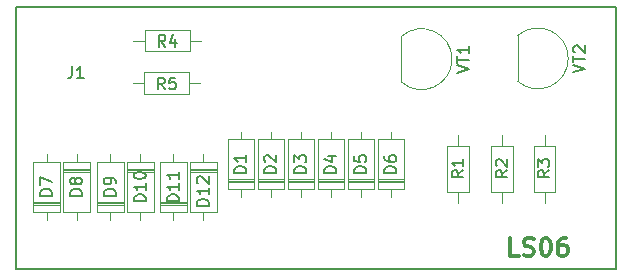
<source format=gbr>
G04 #@! TF.GenerationSoftware,KiCad,Pcbnew,(5.0.0)*
G04 #@! TF.CreationDate,2019-03-30T17:03:38+00:00*
G04 #@! TF.ProjectId,LS06,4C5330362E6B696361645F7063620000,rev?*
G04 #@! TF.SameCoordinates,Original*
G04 #@! TF.FileFunction,Legend,Top*
G04 #@! TF.FilePolarity,Positive*
%FSLAX46Y46*%
G04 Gerber Fmt 4.6, Leading zero omitted, Abs format (unit mm)*
G04 Created by KiCad (PCBNEW (5.0.0)) date 03/30/19 17:03:38*
%MOMM*%
%LPD*%
G01*
G04 APERTURE LIST*
%ADD10C,0.300000*%
%ADD11C,0.150000*%
%ADD12C,0.120000*%
G04 APERTURE END LIST*
D10*
X160627428Y-80371071D02*
X159913142Y-80371071D01*
X159913142Y-78871071D01*
X161056000Y-80299642D02*
X161270285Y-80371071D01*
X161627428Y-80371071D01*
X161770285Y-80299642D01*
X161841714Y-80228214D01*
X161913142Y-80085357D01*
X161913142Y-79942500D01*
X161841714Y-79799642D01*
X161770285Y-79728214D01*
X161627428Y-79656785D01*
X161341714Y-79585357D01*
X161198857Y-79513928D01*
X161127428Y-79442500D01*
X161056000Y-79299642D01*
X161056000Y-79156785D01*
X161127428Y-79013928D01*
X161198857Y-78942500D01*
X161341714Y-78871071D01*
X161698857Y-78871071D01*
X161913142Y-78942500D01*
X162841714Y-78871071D02*
X162984571Y-78871071D01*
X163127428Y-78942500D01*
X163198857Y-79013928D01*
X163270285Y-79156785D01*
X163341714Y-79442500D01*
X163341714Y-79799642D01*
X163270285Y-80085357D01*
X163198857Y-80228214D01*
X163127428Y-80299642D01*
X162984571Y-80371071D01*
X162841714Y-80371071D01*
X162698857Y-80299642D01*
X162627428Y-80228214D01*
X162556000Y-80085357D01*
X162484571Y-79799642D01*
X162484571Y-79442500D01*
X162556000Y-79156785D01*
X162627428Y-79013928D01*
X162698857Y-78942500D01*
X162841714Y-78871071D01*
X164627428Y-78871071D02*
X164341714Y-78871071D01*
X164198857Y-78942500D01*
X164127428Y-79013928D01*
X163984571Y-79228214D01*
X163913142Y-79513928D01*
X163913142Y-80085357D01*
X163984571Y-80228214D01*
X164056000Y-80299642D01*
X164198857Y-80371071D01*
X164484571Y-80371071D01*
X164627428Y-80299642D01*
X164698857Y-80228214D01*
X164770285Y-80085357D01*
X164770285Y-79728214D01*
X164698857Y-79585357D01*
X164627428Y-79513928D01*
X164484571Y-79442500D01*
X164198857Y-79442500D01*
X164056000Y-79513928D01*
X163984571Y-79585357D01*
X163913142Y-79728214D01*
D11*
G04 #@! TO.C,J1*
X118058000Y-81545500D02*
X118058000Y-59320500D01*
X168858000Y-81545500D02*
X118058000Y-81545500D01*
X168858000Y-59320500D02*
X168858000Y-81545500D01*
X118058000Y-59320500D02*
X168858000Y-59320500D01*
D12*
G04 #@! TO.C,D1*
X135976000Y-74764000D02*
X138216000Y-74764000D01*
X138216000Y-74764000D02*
X138216000Y-70524000D01*
X138216000Y-70524000D02*
X135976000Y-70524000D01*
X135976000Y-70524000D02*
X135976000Y-74764000D01*
X137096000Y-75414000D02*
X137096000Y-74764000D01*
X137096000Y-69874000D02*
X137096000Y-70524000D01*
X135976000Y-74044000D02*
X138216000Y-74044000D01*
X135976000Y-73924000D02*
X138216000Y-73924000D01*
X135976000Y-74164000D02*
X138216000Y-74164000D01*
G04 #@! TO.C,D2*
X138516000Y-74764000D02*
X140756000Y-74764000D01*
X140756000Y-74764000D02*
X140756000Y-70524000D01*
X140756000Y-70524000D02*
X138516000Y-70524000D01*
X138516000Y-70524000D02*
X138516000Y-74764000D01*
X139636000Y-75414000D02*
X139636000Y-74764000D01*
X139636000Y-69874000D02*
X139636000Y-70524000D01*
X138516000Y-74044000D02*
X140756000Y-74044000D01*
X138516000Y-73924000D02*
X140756000Y-73924000D01*
X138516000Y-74164000D02*
X140756000Y-74164000D01*
G04 #@! TO.C,D3*
X141056000Y-74764000D02*
X143296000Y-74764000D01*
X143296000Y-74764000D02*
X143296000Y-70524000D01*
X143296000Y-70524000D02*
X141056000Y-70524000D01*
X141056000Y-70524000D02*
X141056000Y-74764000D01*
X142176000Y-75414000D02*
X142176000Y-74764000D01*
X142176000Y-69874000D02*
X142176000Y-70524000D01*
X141056000Y-74044000D02*
X143296000Y-74044000D01*
X141056000Y-73924000D02*
X143296000Y-73924000D01*
X141056000Y-74164000D02*
X143296000Y-74164000D01*
G04 #@! TO.C,D4*
X143596000Y-74764000D02*
X145836000Y-74764000D01*
X145836000Y-74764000D02*
X145836000Y-70524000D01*
X145836000Y-70524000D02*
X143596000Y-70524000D01*
X143596000Y-70524000D02*
X143596000Y-74764000D01*
X144716000Y-75414000D02*
X144716000Y-74764000D01*
X144716000Y-69874000D02*
X144716000Y-70524000D01*
X143596000Y-74044000D02*
X145836000Y-74044000D01*
X143596000Y-73924000D02*
X145836000Y-73924000D01*
X143596000Y-74164000D02*
X145836000Y-74164000D01*
G04 #@! TO.C,D5*
X146136000Y-74764000D02*
X148376000Y-74764000D01*
X148376000Y-74764000D02*
X148376000Y-70524000D01*
X148376000Y-70524000D02*
X146136000Y-70524000D01*
X146136000Y-70524000D02*
X146136000Y-74764000D01*
X147256000Y-75414000D02*
X147256000Y-74764000D01*
X147256000Y-69874000D02*
X147256000Y-70524000D01*
X146136000Y-74044000D02*
X148376000Y-74044000D01*
X146136000Y-73924000D02*
X148376000Y-73924000D01*
X146136000Y-74164000D02*
X148376000Y-74164000D01*
G04 #@! TO.C,D6*
X148676000Y-74764000D02*
X150916000Y-74764000D01*
X150916000Y-74764000D02*
X150916000Y-70524000D01*
X150916000Y-70524000D02*
X148676000Y-70524000D01*
X148676000Y-70524000D02*
X148676000Y-74764000D01*
X149796000Y-75414000D02*
X149796000Y-74764000D01*
X149796000Y-69874000D02*
X149796000Y-70524000D01*
X148676000Y-74044000D02*
X150916000Y-74044000D01*
X148676000Y-73924000D02*
X150916000Y-73924000D01*
X148676000Y-74164000D02*
X150916000Y-74164000D01*
G04 #@! TO.C,D7*
X119530000Y-76669000D02*
X121770000Y-76669000D01*
X121770000Y-76669000D02*
X121770000Y-72429000D01*
X121770000Y-72429000D02*
X119530000Y-72429000D01*
X119530000Y-72429000D02*
X119530000Y-76669000D01*
X120650000Y-77319000D02*
X120650000Y-76669000D01*
X120650000Y-71779000D02*
X120650000Y-72429000D01*
X119530000Y-75949000D02*
X121770000Y-75949000D01*
X119530000Y-75829000D02*
X121770000Y-75829000D01*
X119530000Y-76069000D02*
X121770000Y-76069000D01*
G04 #@! TO.C,D8*
X124310000Y-72429000D02*
X122070000Y-72429000D01*
X122070000Y-72429000D02*
X122070000Y-76669000D01*
X122070000Y-76669000D02*
X124310000Y-76669000D01*
X124310000Y-76669000D02*
X124310000Y-72429000D01*
X123190000Y-71779000D02*
X123190000Y-72429000D01*
X123190000Y-77319000D02*
X123190000Y-76669000D01*
X124310000Y-73149000D02*
X122070000Y-73149000D01*
X124310000Y-73269000D02*
X122070000Y-73269000D01*
X124310000Y-73029000D02*
X122070000Y-73029000D01*
G04 #@! TO.C,D9*
X124928000Y-76669000D02*
X127168000Y-76669000D01*
X127168000Y-76669000D02*
X127168000Y-72429000D01*
X127168000Y-72429000D02*
X124928000Y-72429000D01*
X124928000Y-72429000D02*
X124928000Y-76669000D01*
X126048000Y-77319000D02*
X126048000Y-76669000D01*
X126048000Y-71779000D02*
X126048000Y-72429000D01*
X124928000Y-75949000D02*
X127168000Y-75949000D01*
X124928000Y-75829000D02*
X127168000Y-75829000D01*
X124928000Y-76069000D02*
X127168000Y-76069000D01*
G04 #@! TO.C,D10*
X129708000Y-72429000D02*
X127468000Y-72429000D01*
X127468000Y-72429000D02*
X127468000Y-76669000D01*
X127468000Y-76669000D02*
X129708000Y-76669000D01*
X129708000Y-76669000D02*
X129708000Y-72429000D01*
X128588000Y-71779000D02*
X128588000Y-72429000D01*
X128588000Y-77319000D02*
X128588000Y-76669000D01*
X129708000Y-73149000D02*
X127468000Y-73149000D01*
X129708000Y-73269000D02*
X127468000Y-73269000D01*
X129708000Y-73029000D02*
X127468000Y-73029000D01*
G04 #@! TO.C,D11*
X130262000Y-76669000D02*
X132502000Y-76669000D01*
X132502000Y-76669000D02*
X132502000Y-72429000D01*
X132502000Y-72429000D02*
X130262000Y-72429000D01*
X130262000Y-72429000D02*
X130262000Y-76669000D01*
X131382000Y-77319000D02*
X131382000Y-76669000D01*
X131382000Y-71779000D02*
X131382000Y-72429000D01*
X130262000Y-75949000D02*
X132502000Y-75949000D01*
X130262000Y-75829000D02*
X132502000Y-75829000D01*
X130262000Y-76069000D02*
X132502000Y-76069000D01*
G04 #@! TO.C,D12*
X135042000Y-72429000D02*
X132802000Y-72429000D01*
X132802000Y-72429000D02*
X132802000Y-76669000D01*
X132802000Y-76669000D02*
X135042000Y-76669000D01*
X135042000Y-76669000D02*
X135042000Y-72429000D01*
X133922000Y-71779000D02*
X133922000Y-72429000D01*
X133922000Y-77319000D02*
X133922000Y-76669000D01*
X135042000Y-73149000D02*
X132802000Y-73149000D01*
X135042000Y-73269000D02*
X132802000Y-73269000D01*
X135042000Y-73029000D02*
X132802000Y-73029000D01*
G04 #@! TO.C,R1*
X154592000Y-74945000D02*
X156432000Y-74945000D01*
X156432000Y-74945000D02*
X156432000Y-71105000D01*
X156432000Y-71105000D02*
X154592000Y-71105000D01*
X154592000Y-71105000D02*
X154592000Y-74945000D01*
X155512000Y-75895000D02*
X155512000Y-74945000D01*
X155512000Y-70155000D02*
X155512000Y-71105000D01*
G04 #@! TO.C,R2*
X158274000Y-74945000D02*
X160114000Y-74945000D01*
X160114000Y-74945000D02*
X160114000Y-71105000D01*
X160114000Y-71105000D02*
X158274000Y-71105000D01*
X158274000Y-71105000D02*
X158274000Y-74945000D01*
X159194000Y-75895000D02*
X159194000Y-74945000D01*
X159194000Y-70155000D02*
X159194000Y-71105000D01*
G04 #@! TO.C,R3*
X161894000Y-74945000D02*
X163734000Y-74945000D01*
X163734000Y-74945000D02*
X163734000Y-71105000D01*
X163734000Y-71105000D02*
X161894000Y-71105000D01*
X161894000Y-71105000D02*
X161894000Y-74945000D01*
X162814000Y-75895000D02*
X162814000Y-74945000D01*
X162814000Y-70155000D02*
X162814000Y-71105000D01*
G04 #@! TO.C,R4*
X132794000Y-63086500D02*
X132794000Y-61246500D01*
X132794000Y-61246500D02*
X128954000Y-61246500D01*
X128954000Y-61246500D02*
X128954000Y-63086500D01*
X128954000Y-63086500D02*
X132794000Y-63086500D01*
X133744000Y-62166500D02*
X132794000Y-62166500D01*
X128004000Y-62166500D02*
X128954000Y-62166500D01*
G04 #@! TO.C,R5*
X132730000Y-66706000D02*
X132730000Y-64866000D01*
X132730000Y-64866000D02*
X128890000Y-64866000D01*
X128890000Y-64866000D02*
X128890000Y-66706000D01*
X128890000Y-66706000D02*
X132730000Y-66706000D01*
X133680000Y-65786000D02*
X132730000Y-65786000D01*
X127940000Y-65786000D02*
X128890000Y-65786000D01*
G04 #@! TO.C,VT1*
X150709878Y-65686111D02*
G75*
G03X150700000Y-61797500I1690122J1948611D01*
G01*
X150700000Y-61797500D02*
X150700000Y-65647500D01*
G04 #@! TO.C,VT2*
X160551878Y-65622611D02*
G75*
G03X160542000Y-61734000I1690122J1948611D01*
G01*
X160542000Y-61734000D02*
X160542000Y-65584000D01*
G04 #@! TO.C,J1*
D11*
X122804666Y-64352880D02*
X122804666Y-65067166D01*
X122757047Y-65210023D01*
X122661809Y-65305261D01*
X122518952Y-65352880D01*
X122423714Y-65352880D01*
X123804666Y-65352880D02*
X123233238Y-65352880D01*
X123518952Y-65352880D02*
X123518952Y-64352880D01*
X123423714Y-64495738D01*
X123328476Y-64590976D01*
X123233238Y-64638595D01*
G04 #@! TO.C,D1*
X137548380Y-73382095D02*
X136548380Y-73382095D01*
X136548380Y-73144000D01*
X136596000Y-73001142D01*
X136691238Y-72905904D01*
X136786476Y-72858285D01*
X136976952Y-72810666D01*
X137119809Y-72810666D01*
X137310285Y-72858285D01*
X137405523Y-72905904D01*
X137500761Y-73001142D01*
X137548380Y-73144000D01*
X137548380Y-73382095D01*
X137548380Y-71858285D02*
X137548380Y-72429714D01*
X137548380Y-72144000D02*
X136548380Y-72144000D01*
X136691238Y-72239238D01*
X136786476Y-72334476D01*
X136834095Y-72429714D01*
G04 #@! TO.C,D2*
X140088380Y-73382095D02*
X139088380Y-73382095D01*
X139088380Y-73144000D01*
X139136000Y-73001142D01*
X139231238Y-72905904D01*
X139326476Y-72858285D01*
X139516952Y-72810666D01*
X139659809Y-72810666D01*
X139850285Y-72858285D01*
X139945523Y-72905904D01*
X140040761Y-73001142D01*
X140088380Y-73144000D01*
X140088380Y-73382095D01*
X139183619Y-72429714D02*
X139136000Y-72382095D01*
X139088380Y-72286857D01*
X139088380Y-72048761D01*
X139136000Y-71953523D01*
X139183619Y-71905904D01*
X139278857Y-71858285D01*
X139374095Y-71858285D01*
X139516952Y-71905904D01*
X140088380Y-72477333D01*
X140088380Y-71858285D01*
G04 #@! TO.C,D3*
X142628380Y-73382095D02*
X141628380Y-73382095D01*
X141628380Y-73144000D01*
X141676000Y-73001142D01*
X141771238Y-72905904D01*
X141866476Y-72858285D01*
X142056952Y-72810666D01*
X142199809Y-72810666D01*
X142390285Y-72858285D01*
X142485523Y-72905904D01*
X142580761Y-73001142D01*
X142628380Y-73144000D01*
X142628380Y-73382095D01*
X141628380Y-72477333D02*
X141628380Y-71858285D01*
X142009333Y-72191619D01*
X142009333Y-72048761D01*
X142056952Y-71953523D01*
X142104571Y-71905904D01*
X142199809Y-71858285D01*
X142437904Y-71858285D01*
X142533142Y-71905904D01*
X142580761Y-71953523D01*
X142628380Y-72048761D01*
X142628380Y-72334476D01*
X142580761Y-72429714D01*
X142533142Y-72477333D01*
G04 #@! TO.C,D4*
X145168380Y-73382095D02*
X144168380Y-73382095D01*
X144168380Y-73144000D01*
X144216000Y-73001142D01*
X144311238Y-72905904D01*
X144406476Y-72858285D01*
X144596952Y-72810666D01*
X144739809Y-72810666D01*
X144930285Y-72858285D01*
X145025523Y-72905904D01*
X145120761Y-73001142D01*
X145168380Y-73144000D01*
X145168380Y-73382095D01*
X144501714Y-71953523D02*
X145168380Y-71953523D01*
X144120761Y-72191619D02*
X144835047Y-72429714D01*
X144835047Y-71810666D01*
G04 #@! TO.C,D5*
X147708380Y-73382095D02*
X146708380Y-73382095D01*
X146708380Y-73144000D01*
X146756000Y-73001142D01*
X146851238Y-72905904D01*
X146946476Y-72858285D01*
X147136952Y-72810666D01*
X147279809Y-72810666D01*
X147470285Y-72858285D01*
X147565523Y-72905904D01*
X147660761Y-73001142D01*
X147708380Y-73144000D01*
X147708380Y-73382095D01*
X146708380Y-71905904D02*
X146708380Y-72382095D01*
X147184571Y-72429714D01*
X147136952Y-72382095D01*
X147089333Y-72286857D01*
X147089333Y-72048761D01*
X147136952Y-71953523D01*
X147184571Y-71905904D01*
X147279809Y-71858285D01*
X147517904Y-71858285D01*
X147613142Y-71905904D01*
X147660761Y-71953523D01*
X147708380Y-72048761D01*
X147708380Y-72286857D01*
X147660761Y-72382095D01*
X147613142Y-72429714D01*
G04 #@! TO.C,D6*
X150248380Y-73382095D02*
X149248380Y-73382095D01*
X149248380Y-73144000D01*
X149296000Y-73001142D01*
X149391238Y-72905904D01*
X149486476Y-72858285D01*
X149676952Y-72810666D01*
X149819809Y-72810666D01*
X150010285Y-72858285D01*
X150105523Y-72905904D01*
X150200761Y-73001142D01*
X150248380Y-73144000D01*
X150248380Y-73382095D01*
X149248380Y-71953523D02*
X149248380Y-72144000D01*
X149296000Y-72239238D01*
X149343619Y-72286857D01*
X149486476Y-72382095D01*
X149676952Y-72429714D01*
X150057904Y-72429714D01*
X150153142Y-72382095D01*
X150200761Y-72334476D01*
X150248380Y-72239238D01*
X150248380Y-72048761D01*
X150200761Y-71953523D01*
X150153142Y-71905904D01*
X150057904Y-71858285D01*
X149819809Y-71858285D01*
X149724571Y-71905904D01*
X149676952Y-71953523D01*
X149629333Y-72048761D01*
X149629333Y-72239238D01*
X149676952Y-72334476D01*
X149724571Y-72382095D01*
X149819809Y-72429714D01*
G04 #@! TO.C,D7*
X121102380Y-75287095D02*
X120102380Y-75287095D01*
X120102380Y-75049000D01*
X120150000Y-74906142D01*
X120245238Y-74810904D01*
X120340476Y-74763285D01*
X120530952Y-74715666D01*
X120673809Y-74715666D01*
X120864285Y-74763285D01*
X120959523Y-74810904D01*
X121054761Y-74906142D01*
X121102380Y-75049000D01*
X121102380Y-75287095D01*
X120102380Y-74382333D02*
X120102380Y-73715666D01*
X121102380Y-74144238D01*
G04 #@! TO.C,D8*
X123642380Y-75287095D02*
X122642380Y-75287095D01*
X122642380Y-75049000D01*
X122690000Y-74906142D01*
X122785238Y-74810904D01*
X122880476Y-74763285D01*
X123070952Y-74715666D01*
X123213809Y-74715666D01*
X123404285Y-74763285D01*
X123499523Y-74810904D01*
X123594761Y-74906142D01*
X123642380Y-75049000D01*
X123642380Y-75287095D01*
X123070952Y-74144238D02*
X123023333Y-74239476D01*
X122975714Y-74287095D01*
X122880476Y-74334714D01*
X122832857Y-74334714D01*
X122737619Y-74287095D01*
X122690000Y-74239476D01*
X122642380Y-74144238D01*
X122642380Y-73953761D01*
X122690000Y-73858523D01*
X122737619Y-73810904D01*
X122832857Y-73763285D01*
X122880476Y-73763285D01*
X122975714Y-73810904D01*
X123023333Y-73858523D01*
X123070952Y-73953761D01*
X123070952Y-74144238D01*
X123118571Y-74239476D01*
X123166190Y-74287095D01*
X123261428Y-74334714D01*
X123451904Y-74334714D01*
X123547142Y-74287095D01*
X123594761Y-74239476D01*
X123642380Y-74144238D01*
X123642380Y-73953761D01*
X123594761Y-73858523D01*
X123547142Y-73810904D01*
X123451904Y-73763285D01*
X123261428Y-73763285D01*
X123166190Y-73810904D01*
X123118571Y-73858523D01*
X123070952Y-73953761D01*
G04 #@! TO.C,D9*
X126500380Y-75287095D02*
X125500380Y-75287095D01*
X125500380Y-75049000D01*
X125548000Y-74906142D01*
X125643238Y-74810904D01*
X125738476Y-74763285D01*
X125928952Y-74715666D01*
X126071809Y-74715666D01*
X126262285Y-74763285D01*
X126357523Y-74810904D01*
X126452761Y-74906142D01*
X126500380Y-75049000D01*
X126500380Y-75287095D01*
X126500380Y-74239476D02*
X126500380Y-74049000D01*
X126452761Y-73953761D01*
X126405142Y-73906142D01*
X126262285Y-73810904D01*
X126071809Y-73763285D01*
X125690857Y-73763285D01*
X125595619Y-73810904D01*
X125548000Y-73858523D01*
X125500380Y-73953761D01*
X125500380Y-74144238D01*
X125548000Y-74239476D01*
X125595619Y-74287095D01*
X125690857Y-74334714D01*
X125928952Y-74334714D01*
X126024190Y-74287095D01*
X126071809Y-74239476D01*
X126119428Y-74144238D01*
X126119428Y-73953761D01*
X126071809Y-73858523D01*
X126024190Y-73810904D01*
X125928952Y-73763285D01*
G04 #@! TO.C,D10*
X129040380Y-75763285D02*
X128040380Y-75763285D01*
X128040380Y-75525190D01*
X128088000Y-75382333D01*
X128183238Y-75287095D01*
X128278476Y-75239476D01*
X128468952Y-75191857D01*
X128611809Y-75191857D01*
X128802285Y-75239476D01*
X128897523Y-75287095D01*
X128992761Y-75382333D01*
X129040380Y-75525190D01*
X129040380Y-75763285D01*
X129040380Y-74239476D02*
X129040380Y-74810904D01*
X129040380Y-74525190D02*
X128040380Y-74525190D01*
X128183238Y-74620428D01*
X128278476Y-74715666D01*
X128326095Y-74810904D01*
X128040380Y-73620428D02*
X128040380Y-73525190D01*
X128088000Y-73429952D01*
X128135619Y-73382333D01*
X128230857Y-73334714D01*
X128421333Y-73287095D01*
X128659428Y-73287095D01*
X128849904Y-73334714D01*
X128945142Y-73382333D01*
X128992761Y-73429952D01*
X129040380Y-73525190D01*
X129040380Y-73620428D01*
X128992761Y-73715666D01*
X128945142Y-73763285D01*
X128849904Y-73810904D01*
X128659428Y-73858523D01*
X128421333Y-73858523D01*
X128230857Y-73810904D01*
X128135619Y-73763285D01*
X128088000Y-73715666D01*
X128040380Y-73620428D01*
G04 #@! TO.C,D11*
X131834380Y-75763285D02*
X130834380Y-75763285D01*
X130834380Y-75525190D01*
X130882000Y-75382333D01*
X130977238Y-75287095D01*
X131072476Y-75239476D01*
X131262952Y-75191857D01*
X131405809Y-75191857D01*
X131596285Y-75239476D01*
X131691523Y-75287095D01*
X131786761Y-75382333D01*
X131834380Y-75525190D01*
X131834380Y-75763285D01*
X131834380Y-74239476D02*
X131834380Y-74810904D01*
X131834380Y-74525190D02*
X130834380Y-74525190D01*
X130977238Y-74620428D01*
X131072476Y-74715666D01*
X131120095Y-74810904D01*
X131834380Y-73287095D02*
X131834380Y-73858523D01*
X131834380Y-73572809D02*
X130834380Y-73572809D01*
X130977238Y-73668047D01*
X131072476Y-73763285D01*
X131120095Y-73858523D01*
G04 #@! TO.C,D12*
X134374380Y-76144285D02*
X133374380Y-76144285D01*
X133374380Y-75906190D01*
X133422000Y-75763333D01*
X133517238Y-75668095D01*
X133612476Y-75620476D01*
X133802952Y-75572857D01*
X133945809Y-75572857D01*
X134136285Y-75620476D01*
X134231523Y-75668095D01*
X134326761Y-75763333D01*
X134374380Y-75906190D01*
X134374380Y-76144285D01*
X134374380Y-74620476D02*
X134374380Y-75191904D01*
X134374380Y-74906190D02*
X133374380Y-74906190D01*
X133517238Y-75001428D01*
X133612476Y-75096666D01*
X133660095Y-75191904D01*
X133469619Y-74239523D02*
X133422000Y-74191904D01*
X133374380Y-74096666D01*
X133374380Y-73858571D01*
X133422000Y-73763333D01*
X133469619Y-73715714D01*
X133564857Y-73668095D01*
X133660095Y-73668095D01*
X133802952Y-73715714D01*
X134374380Y-74287142D01*
X134374380Y-73668095D01*
G04 #@! TO.C,R1*
X155941379Y-73160167D02*
X155465189Y-73493501D01*
X155941379Y-73731596D02*
X154941379Y-73731596D01*
X154941379Y-73350643D01*
X154988999Y-73255405D01*
X155036618Y-73207786D01*
X155131856Y-73160167D01*
X155274713Y-73160167D01*
X155369951Y-73207786D01*
X155417570Y-73255405D01*
X155465189Y-73350643D01*
X155465189Y-73731596D01*
X155941379Y-72207786D02*
X155941379Y-72779215D01*
X155941379Y-72493501D02*
X154941379Y-72493501D01*
X155084237Y-72588739D01*
X155179475Y-72683977D01*
X155227094Y-72779215D01*
G04 #@! TO.C,R2*
X159676879Y-73160167D02*
X159200689Y-73493501D01*
X159676879Y-73731596D02*
X158676879Y-73731596D01*
X158676879Y-73350643D01*
X158724499Y-73255405D01*
X158772118Y-73207786D01*
X158867356Y-73160167D01*
X159010213Y-73160167D01*
X159105451Y-73207786D01*
X159153070Y-73255405D01*
X159200689Y-73350643D01*
X159200689Y-73731596D01*
X158772118Y-72779215D02*
X158724499Y-72731596D01*
X158676879Y-72636358D01*
X158676879Y-72398262D01*
X158724499Y-72303024D01*
X158772118Y-72255405D01*
X158867356Y-72207786D01*
X158962594Y-72207786D01*
X159105451Y-72255405D01*
X159676879Y-72826834D01*
X159676879Y-72207786D01*
G04 #@! TO.C,R3*
X163223379Y-73160167D02*
X162747189Y-73493501D01*
X163223379Y-73731596D02*
X162223379Y-73731596D01*
X162223379Y-73350643D01*
X162270999Y-73255405D01*
X162318618Y-73207786D01*
X162413856Y-73160167D01*
X162556713Y-73160167D01*
X162651951Y-73207786D01*
X162699570Y-73255405D01*
X162747189Y-73350643D01*
X162747189Y-73731596D01*
X162223379Y-72826834D02*
X162223379Y-72207786D01*
X162604332Y-72541120D01*
X162604332Y-72398262D01*
X162651951Y-72303024D01*
X162699570Y-72255405D01*
X162794808Y-72207786D01*
X163032903Y-72207786D01*
X163128141Y-72255405D01*
X163175760Y-72303024D01*
X163223379Y-72398262D01*
X163223379Y-72683977D01*
X163175760Y-72779215D01*
X163128141Y-72826834D01*
G04 #@! TO.C,R4*
X130707333Y-62682380D02*
X130374000Y-62206190D01*
X130135904Y-62682380D02*
X130135904Y-61682380D01*
X130516857Y-61682380D01*
X130612095Y-61730000D01*
X130659714Y-61777619D01*
X130707333Y-61872857D01*
X130707333Y-62015714D01*
X130659714Y-62110952D01*
X130612095Y-62158571D01*
X130516857Y-62206190D01*
X130135904Y-62206190D01*
X131564476Y-62015714D02*
X131564476Y-62682380D01*
X131326380Y-61634761D02*
X131088285Y-62349047D01*
X131707333Y-62349047D01*
G04 #@! TO.C,R5*
X130643333Y-66301880D02*
X130310000Y-65825690D01*
X130071904Y-66301880D02*
X130071904Y-65301880D01*
X130452857Y-65301880D01*
X130548095Y-65349500D01*
X130595714Y-65397119D01*
X130643333Y-65492357D01*
X130643333Y-65635214D01*
X130595714Y-65730452D01*
X130548095Y-65778071D01*
X130452857Y-65825690D01*
X130071904Y-65825690D01*
X131548095Y-65301880D02*
X131071904Y-65301880D01*
X131024285Y-65778071D01*
X131071904Y-65730452D01*
X131167142Y-65682833D01*
X131405238Y-65682833D01*
X131500476Y-65730452D01*
X131548095Y-65778071D01*
X131595714Y-65873309D01*
X131595714Y-66111404D01*
X131548095Y-66206642D01*
X131500476Y-66254261D01*
X131405238Y-66301880D01*
X131167142Y-66301880D01*
X131071904Y-66254261D01*
X131024285Y-66206642D01*
G04 #@! TO.C,VT1*
X155412380Y-64927976D02*
X156412380Y-64594642D01*
X155412380Y-64261309D01*
X155412380Y-64070833D02*
X155412380Y-63499404D01*
X156412380Y-63785119D02*
X155412380Y-63785119D01*
X156412380Y-62642261D02*
X156412380Y-63213690D01*
X156412380Y-62927976D02*
X155412380Y-62927976D01*
X155555238Y-63023214D01*
X155650476Y-63118452D01*
X155698095Y-63213690D01*
G04 #@! TO.C,VT2*
X165254380Y-64864476D02*
X166254380Y-64531142D01*
X165254380Y-64197809D01*
X165254380Y-64007333D02*
X165254380Y-63435904D01*
X166254380Y-63721619D02*
X165254380Y-63721619D01*
X165349619Y-63150190D02*
X165302000Y-63102571D01*
X165254380Y-63007333D01*
X165254380Y-62769238D01*
X165302000Y-62674000D01*
X165349619Y-62626380D01*
X165444857Y-62578761D01*
X165540095Y-62578761D01*
X165682952Y-62626380D01*
X166254380Y-63197809D01*
X166254380Y-62578761D01*
G04 #@! TD*
M02*

</source>
